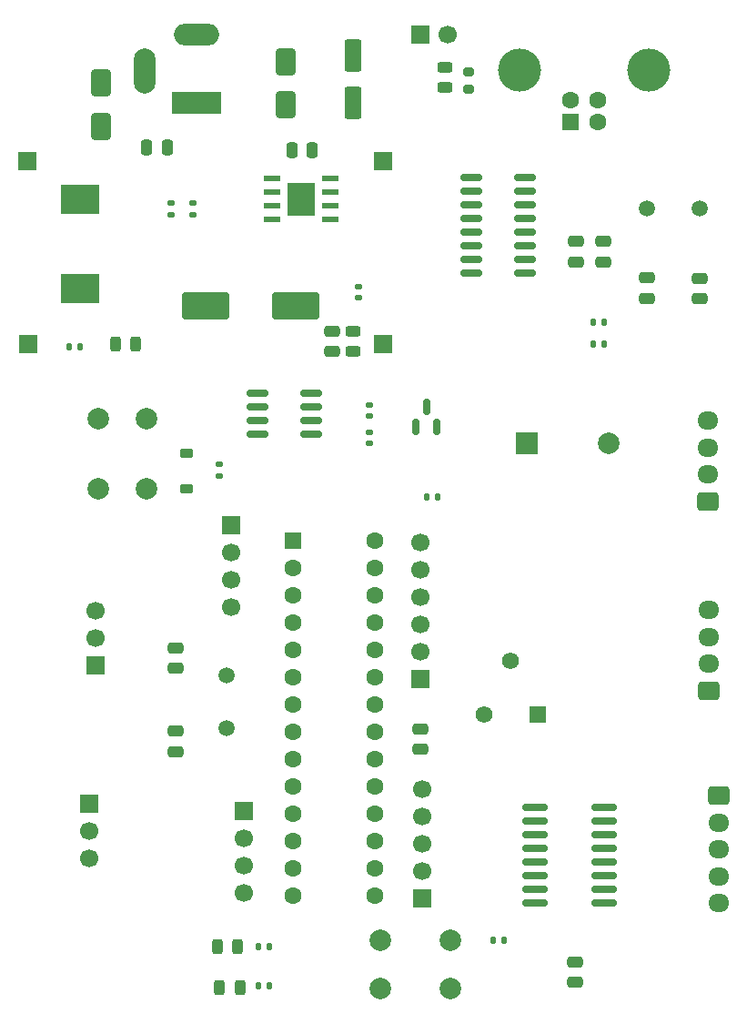
<source format=gbr>
%TF.GenerationSoftware,KiCad,Pcbnew,9.0.2*%
%TF.CreationDate,2025-09-25T10:29:51+05:30*%
%TF.ProjectId,UNO STEMc3.1,554e4f20-5354-4454-9d63-332e312e6b69,rev?*%
%TF.SameCoordinates,Original*%
%TF.FileFunction,Soldermask,Top*%
%TF.FilePolarity,Negative*%
%FSLAX46Y46*%
G04 Gerber Fmt 4.6, Leading zero omitted, Abs format (unit mm)*
G04 Created by KiCad (PCBNEW 9.0.2) date 2025-09-25 10:29:51*
%MOMM*%
%LPD*%
G01*
G04 APERTURE LIST*
G04 Aperture macros list*
%AMRoundRect*
0 Rectangle with rounded corners*
0 $1 Rounding radius*
0 $2 $3 $4 $5 $6 $7 $8 $9 X,Y pos of 4 corners*
0 Add a 4 corners polygon primitive as box body*
4,1,4,$2,$3,$4,$5,$6,$7,$8,$9,$2,$3,0*
0 Add four circle primitives for the rounded corners*
1,1,$1+$1,$2,$3*
1,1,$1+$1,$4,$5*
1,1,$1+$1,$6,$7*
1,1,$1+$1,$8,$9*
0 Add four rect primitives between the rounded corners*
20,1,$1+$1,$2,$3,$4,$5,0*
20,1,$1+$1,$4,$5,$6,$7,0*
20,1,$1+$1,$6,$7,$8,$9,0*
20,1,$1+$1,$8,$9,$2,$3,0*%
G04 Aperture macros list end*
%ADD10RoundRect,0.250000X0.550000X-1.250000X0.550000X1.250000X-0.550000X1.250000X-0.550000X-1.250000X0*%
%ADD11RoundRect,0.135000X-0.185000X0.135000X-0.185000X-0.135000X0.185000X-0.135000X0.185000X0.135000X0*%
%ADD12RoundRect,0.250000X0.725000X-0.600000X0.725000X0.600000X-0.725000X0.600000X-0.725000X-0.600000X0*%
%ADD13O,1.950000X1.700000*%
%ADD14RoundRect,0.243750X0.456250X-0.243750X0.456250X0.243750X-0.456250X0.243750X-0.456250X-0.243750X0*%
%ADD15RoundRect,0.250000X-0.550000X-0.550000X0.550000X-0.550000X0.550000X0.550000X-0.550000X0.550000X0*%
%ADD16C,1.600000*%
%ADD17RoundRect,0.225000X-0.375000X0.225000X-0.375000X-0.225000X0.375000X-0.225000X0.375000X0.225000X0*%
%ADD18R,1.700000X1.700000*%
%ADD19C,1.700000*%
%ADD20RoundRect,0.135000X0.135000X0.185000X-0.135000X0.185000X-0.135000X-0.185000X0.135000X-0.185000X0*%
%ADD21RoundRect,0.250000X0.475000X-0.250000X0.475000X0.250000X-0.475000X0.250000X-0.475000X-0.250000X0*%
%ADD22R,3.600000X2.700000*%
%ADD23RoundRect,0.243750X-0.243750X-0.456250X0.243750X-0.456250X0.243750X0.456250X-0.243750X0.456250X0*%
%ADD24RoundRect,0.135000X0.185000X-0.135000X0.185000X0.135000X-0.185000X0.135000X-0.185000X-0.135000X0*%
%ADD25RoundRect,0.250000X-0.475000X0.250000X-0.475000X-0.250000X0.475000X-0.250000X0.475000X0.250000X0*%
%ADD26R,1.550000X0.600000*%
%ADD27R,2.600000X3.100000*%
%ADD28RoundRect,0.135000X-0.135000X-0.185000X0.135000X-0.185000X0.135000X0.185000X-0.135000X0.185000X0*%
%ADD29RoundRect,0.243750X0.243750X0.456250X-0.243750X0.456250X-0.243750X-0.456250X0.243750X-0.456250X0*%
%ADD30R,1.600000X1.600000*%
%ADD31C,4.000000*%
%ADD32R,4.600000X2.000000*%
%ADD33O,4.200000X2.000000*%
%ADD34O,2.000000X4.200000*%
%ADD35C,1.500000*%
%ADD36RoundRect,0.250000X0.250000X0.475000X-0.250000X0.475000X-0.250000X-0.475000X0.250000X-0.475000X0*%
%ADD37C,2.000000*%
%ADD38RoundRect,0.250000X0.650000X-1.000000X0.650000X1.000000X-0.650000X1.000000X-0.650000X-1.000000X0*%
%ADD39RoundRect,0.250000X-0.250000X-0.475000X0.250000X-0.475000X0.250000X0.475000X-0.250000X0.475000X0*%
%ADD40RoundRect,0.250000X-0.725000X0.600000X-0.725000X-0.600000X0.725000X-0.600000X0.725000X0.600000X0*%
%ADD41R,2.000000X2.000000*%
%ADD42RoundRect,0.150000X0.150000X-0.587500X0.150000X0.587500X-0.150000X0.587500X-0.150000X-0.587500X0*%
%ADD43RoundRect,0.150000X0.825000X0.150000X-0.825000X0.150000X-0.825000X-0.150000X0.825000X-0.150000X0*%
%ADD44RoundRect,0.200000X0.275000X-0.200000X0.275000X0.200000X-0.275000X0.200000X-0.275000X-0.200000X0*%
%ADD45RoundRect,0.150000X-1.050000X-0.150000X1.050000X-0.150000X1.050000X0.150000X-1.050000X0.150000X0*%
%ADD46R,1.560000X1.560000*%
%ADD47C,1.560000*%
%ADD48RoundRect,0.250000X-1.950000X-1.000000X1.950000X-1.000000X1.950000X1.000000X-1.950000X1.000000X0*%
G04 APERTURE END LIST*
D10*
%TO.C,C1*%
X94730000Y-88920000D03*
X94730000Y-93320000D03*
%TD*%
D11*
%TO.C,R5*%
X95230000Y-111420000D03*
X95230000Y-110400000D03*
%TD*%
D12*
%TO.C,J4*%
X127732114Y-130400000D03*
D13*
X127732114Y-127900000D03*
X127732114Y-125400000D03*
X127732114Y-122900000D03*
%TD*%
D14*
%TO.C,D3*%
X94750000Y-116437500D03*
X94750000Y-114562500D03*
%TD*%
D15*
%TO.C,U6*%
X89130000Y-134060000D03*
D16*
X89130000Y-136600000D03*
X89130000Y-139140000D03*
X89130000Y-141680000D03*
X89130000Y-144220000D03*
X89130000Y-146760000D03*
X89130000Y-149300000D03*
X89130000Y-151840000D03*
X89130000Y-154380000D03*
X89130000Y-156920000D03*
X89130000Y-159460000D03*
X89130000Y-162000000D03*
X89130000Y-164540000D03*
X89130000Y-167080000D03*
X96750000Y-167080000D03*
X96750000Y-164540000D03*
X96750000Y-162000000D03*
X96750000Y-159460000D03*
X96750000Y-156920000D03*
X96750000Y-154380000D03*
X96750000Y-151840000D03*
X96750000Y-149300000D03*
X96750000Y-146760000D03*
X96750000Y-144220000D03*
X96750000Y-141680000D03*
X96750000Y-139140000D03*
X96750000Y-136600000D03*
X96750000Y-134060000D03*
%TD*%
D17*
%TO.C,D5*%
X79250000Y-125950000D03*
X79250000Y-129250000D03*
%TD*%
D18*
%TO.C,J6*%
X84600000Y-159180000D03*
D19*
X84600000Y-161720000D03*
X84600000Y-164260000D03*
X84600000Y-166800000D03*
%TD*%
D20*
%TO.C,R11*%
X108770000Y-171250000D03*
X107750000Y-171250000D03*
%TD*%
%TO.C,R17*%
X69310000Y-116000000D03*
X68290000Y-116000000D03*
%TD*%
D21*
%TO.C,C17*%
X78250000Y-145950000D03*
X78250000Y-144050000D03*
%TD*%
D14*
%TO.C,D4*%
X103250000Y-91937500D03*
X103250000Y-90062500D03*
%TD*%
D22*
%TO.C,L1*%
X69300000Y-102350000D03*
X69300000Y-110650000D03*
%TD*%
D23*
%TO.C,D11*%
X72662500Y-115800000D03*
X74537500Y-115800000D03*
%TD*%
D24*
%TO.C,R3*%
X77800000Y-103710000D03*
X77800000Y-102690000D03*
%TD*%
D25*
%TO.C,C18*%
X78250000Y-151762500D03*
X78250000Y-153662500D03*
%TD*%
%TO.C,C14*%
X122100000Y-109620000D03*
X122100000Y-111520000D03*
%TD*%
D21*
%TO.C,C10*%
X118000000Y-108120000D03*
X118000000Y-106220000D03*
%TD*%
D26*
%TO.C,U2*%
X87200000Y-100395000D03*
X87200000Y-101665000D03*
X87200000Y-102935000D03*
X87200000Y-104205000D03*
X92600000Y-104205000D03*
X92600000Y-102935000D03*
X92600000Y-101665000D03*
X92600000Y-100395000D03*
D27*
X89900000Y-102300000D03*
%TD*%
D28*
%TO.C,R6*%
X117065000Y-115750000D03*
X118085000Y-115750000D03*
%TD*%
D11*
%TO.C,R1*%
X96250000Y-121480000D03*
X96250000Y-122500000D03*
%TD*%
D18*
%TO.C,J15*%
X97500000Y-98750000D03*
%TD*%
D29*
%TO.C,D6*%
X84000000Y-171800000D03*
X82125000Y-171800000D03*
%TD*%
D18*
%TO.C,J7*%
X101200000Y-167360000D03*
D19*
X101200000Y-164820000D03*
X101200000Y-162280000D03*
X101200000Y-159740000D03*
X101200000Y-157200000D03*
%TD*%
D21*
%TO.C,C19*%
X101000000Y-153450000D03*
X101000000Y-151550000D03*
%TD*%
D18*
%TO.C,J14*%
X64500000Y-115750000D03*
%TD*%
D25*
%TO.C,C9*%
X92750000Y-114550000D03*
X92750000Y-116450000D03*
%TD*%
D11*
%TO.C,R9*%
X82250000Y-126990000D03*
X82250000Y-128010000D03*
%TD*%
D30*
%TO.C,J2*%
X115000000Y-95110000D03*
D16*
X117500000Y-95110000D03*
X117500000Y-93110000D03*
X115000000Y-93110000D03*
D31*
X110250000Y-90250000D03*
X122250000Y-90250000D03*
%TD*%
D18*
%TO.C,J9*%
X100960000Y-87000000D03*
D19*
X103500000Y-87000000D03*
%TD*%
D32*
%TO.C,J1*%
X80150000Y-93300000D03*
D33*
X80150000Y-87000000D03*
D34*
X75350000Y-90400000D03*
%TD*%
D35*
%TO.C,Y1*%
X122100000Y-103120000D03*
X126980000Y-103120000D03*
%TD*%
D36*
%TO.C,C2*%
X77450000Y-97500000D03*
X75550000Y-97500000D03*
%TD*%
D37*
%TO.C,SW2*%
X97250000Y-171250000D03*
X103750000Y-171250000D03*
X97250000Y-175750000D03*
X103750000Y-175750000D03*
%TD*%
D38*
%TO.C,D1*%
X88500000Y-93500000D03*
X88500000Y-89500000D03*
%TD*%
D29*
%TO.C,D10*%
X84200000Y-175600000D03*
X82325000Y-175600000D03*
%TD*%
D18*
%TO.C,J12*%
X97500000Y-115750000D03*
%TD*%
%TO.C,J17*%
X64388474Y-98750000D03*
%TD*%
%TO.C,J10*%
X70800000Y-145680000D03*
D19*
X70800000Y-143140000D03*
X70800000Y-140600000D03*
%TD*%
D25*
%TO.C,C7*%
X115400000Y-173250000D03*
X115400000Y-175150000D03*
%TD*%
%TO.C,C15*%
X126980000Y-109670000D03*
X126980000Y-111570000D03*
%TD*%
D28*
%TO.C,R12*%
X85890000Y-171800000D03*
X86910000Y-171800000D03*
%TD*%
D39*
%TO.C,C5*%
X89050000Y-97750000D03*
X90950000Y-97750000D03*
%TD*%
D28*
%TO.C,R10*%
X101577500Y-130000000D03*
X102597500Y-130000000D03*
%TD*%
D40*
%TO.C,J11*%
X128800000Y-157800000D03*
D13*
X128800000Y-160300000D03*
X128800000Y-162800000D03*
X128800000Y-165300000D03*
X128800000Y-167800000D03*
%TD*%
D35*
%TO.C,Y2*%
X83000000Y-151500000D03*
X83000000Y-146620000D03*
%TD*%
D41*
%TO.C,BZ1*%
X110900000Y-125000000D03*
D37*
X118500000Y-125000000D03*
%TD*%
D28*
%TO.C,R16*%
X85892597Y-175486456D03*
X86912597Y-175486456D03*
%TD*%
D18*
%TO.C,J5*%
X83400000Y-132590000D03*
D19*
X83400000Y-135130000D03*
X83400000Y-137670000D03*
X83400000Y-140210000D03*
%TD*%
D37*
%TO.C,SW1*%
X75500000Y-122750000D03*
X75500000Y-129250000D03*
X71000000Y-122750000D03*
X71000000Y-129250000D03*
%TD*%
D42*
%TO.C,Q1*%
X100600000Y-123500000D03*
X102500000Y-123500000D03*
X101550000Y-121625000D03*
%TD*%
D12*
%TO.C,J16*%
X127800000Y-148000000D03*
D13*
X127800000Y-145500000D03*
X127800000Y-143000000D03*
X127800000Y-140500000D03*
%TD*%
D43*
%TO.C,U5*%
X110730000Y-109140000D03*
X110730000Y-107870000D03*
X110730000Y-106600000D03*
X110730000Y-105330000D03*
X110730000Y-104060000D03*
X110730000Y-102790000D03*
X110730000Y-101520000D03*
X110730000Y-100250000D03*
X105780000Y-100250000D03*
X105780000Y-101520000D03*
X105780000Y-102790000D03*
X105780000Y-104060000D03*
X105780000Y-105330000D03*
X105780000Y-106600000D03*
X105780000Y-107870000D03*
X105780000Y-109140000D03*
%TD*%
D44*
%TO.C,R8*%
X105500000Y-92075000D03*
X105500000Y-90425000D03*
%TD*%
D45*
%TO.C,U7*%
X111633100Y-158879480D03*
X111633100Y-160149480D03*
X111633100Y-161419480D03*
X111633100Y-162689480D03*
X111633100Y-163959480D03*
X111633100Y-165229480D03*
X111633100Y-166499480D03*
X111633100Y-167769480D03*
X118133100Y-167769480D03*
X118133100Y-166499480D03*
X118133100Y-165229480D03*
X118133100Y-163959480D03*
X118133100Y-162689480D03*
X118133100Y-161419480D03*
X118133100Y-160149480D03*
X118133100Y-158879480D03*
%TD*%
D11*
%TO.C,R4*%
X79800000Y-102690000D03*
X79800000Y-103710000D03*
%TD*%
D20*
%TO.C,R7*%
X118085000Y-113750000D03*
X117065000Y-113750000D03*
%TD*%
D18*
%TO.C,J8*%
X101000000Y-146960000D03*
D19*
X101000000Y-144420000D03*
X101000000Y-141880000D03*
X101000000Y-139340000D03*
X101000000Y-136800000D03*
X101000000Y-134260000D03*
%TD*%
D18*
%TO.C,J13*%
X70200000Y-158520000D03*
D19*
X70200000Y-161060000D03*
X70200000Y-163600000D03*
%TD*%
D43*
%TO.C,U1*%
X90825000Y-124180000D03*
X90825000Y-122910000D03*
X90825000Y-121640000D03*
X90825000Y-120370000D03*
X85875000Y-120370000D03*
X85875000Y-121640000D03*
X85875000Y-122910000D03*
X85875000Y-124180000D03*
%TD*%
D46*
%TO.C,RV1*%
X111900000Y-150200000D03*
D47*
X109400000Y-145200000D03*
X106900000Y-150200000D03*
%TD*%
D11*
%TO.C,R2*%
X96250000Y-123980000D03*
X96250000Y-125000000D03*
%TD*%
D48*
%TO.C,C8*%
X81000000Y-112200000D03*
X89400000Y-112200000D03*
%TD*%
D21*
%TO.C,C16*%
X115480000Y-108120000D03*
X115480000Y-106220000D03*
%TD*%
D38*
%TO.C,D2*%
X71250000Y-95500000D03*
X71250000Y-91500000D03*
%TD*%
M02*

</source>
